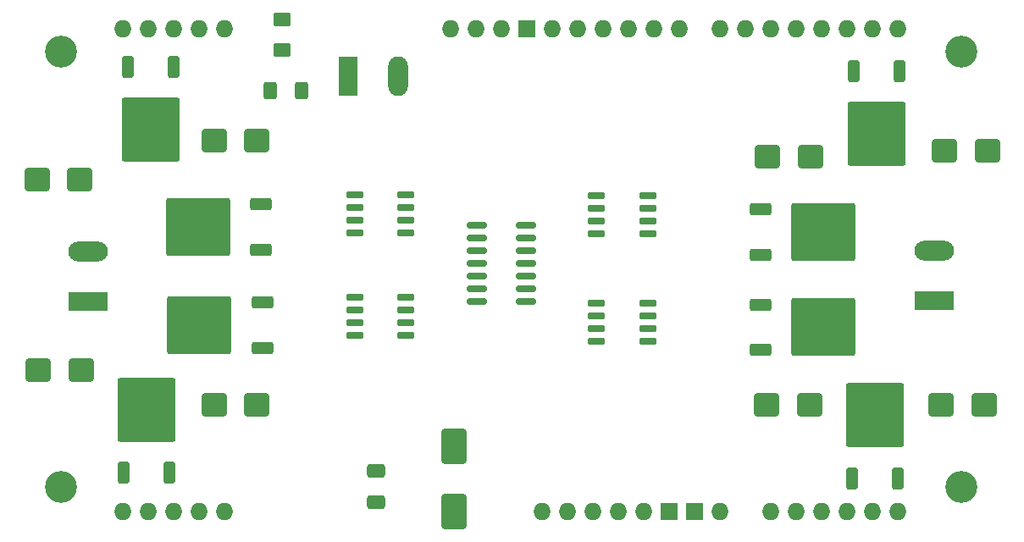
<source format=gts>
%TF.GenerationSoftware,KiCad,Pcbnew,9.0.4-9.0.4-0~ubuntu24.04.1*%
%TF.CreationDate,2025-09-28T10:50:24-04:00*%
%TF.ProjectId,DualHbridgeDaughterboardDesign,4475616c-4862-4726-9964-676544617567,rev?*%
%TF.SameCoordinates,Original*%
%TF.FileFunction,Soldermask,Top*%
%TF.FilePolarity,Negative*%
%FSLAX46Y46*%
G04 Gerber Fmt 4.6, Leading zero omitted, Abs format (unit mm)*
G04 Created by KiCad (PCBNEW 9.0.4-9.0.4-0~ubuntu24.04.1) date 2025-09-28 10:50:24*
%MOMM*%
%LPD*%
G01*
G04 APERTURE LIST*
G04 Aperture macros list*
%AMRoundRect*
0 Rectangle with rounded corners*
0 $1 Rounding radius*
0 $2 $3 $4 $5 $6 $7 $8 $9 X,Y pos of 4 corners*
0 Add a 4 corners polygon primitive as box body*
4,1,4,$2,$3,$4,$5,$6,$7,$8,$9,$2,$3,0*
0 Add four circle primitives for the rounded corners*
1,1,$1+$1,$2,$3*
1,1,$1+$1,$4,$5*
1,1,$1+$1,$6,$7*
1,1,$1+$1,$8,$9*
0 Add four rect primitives between the rounded corners*
20,1,$1+$1,$2,$3,$4,$5,0*
20,1,$1+$1,$4,$5,$6,$7,0*
20,1,$1+$1,$6,$7,$8,$9,0*
20,1,$1+$1,$8,$9,$2,$3,0*%
G04 Aperture macros list end*
%ADD10RoundRect,0.250000X1.000000X0.900000X-1.000000X0.900000X-1.000000X-0.900000X1.000000X-0.900000X0*%
%ADD11RoundRect,0.250000X-1.000000X-0.900000X1.000000X-0.900000X1.000000X0.900000X-1.000000X0.900000X0*%
%ADD12RoundRect,0.250001X-0.624999X0.462499X-0.624999X-0.462499X0.624999X-0.462499X0.624999X0.462499X0*%
%ADD13R,3.960000X1.980000*%
%ADD14O,3.960000X1.980000*%
%ADD15RoundRect,0.250000X0.850000X0.350000X-0.850000X0.350000X-0.850000X-0.350000X0.850000X-0.350000X0*%
%ADD16RoundRect,0.249997X2.950003X2.650003X-2.950003X2.650003X-2.950003X-2.650003X2.950003X-2.650003X0*%
%ADD17RoundRect,0.250000X0.350000X-0.850000X0.350000X0.850000X-0.350000X0.850000X-0.350000X-0.850000X0*%
%ADD18RoundRect,0.249997X2.650003X-2.950003X2.650003X2.950003X-2.650003X2.950003X-2.650003X-2.950003X0*%
%ADD19RoundRect,0.150000X-0.725000X-0.150000X0.725000X-0.150000X0.725000X0.150000X-0.725000X0.150000X0*%
%ADD20RoundRect,0.250000X0.400000X0.625000X-0.400000X0.625000X-0.400000X-0.625000X0.400000X-0.625000X0*%
%ADD21RoundRect,0.150000X0.725000X0.150000X-0.725000X0.150000X-0.725000X-0.150000X0.725000X-0.150000X0*%
%ADD22RoundRect,0.250000X-0.850000X-0.350000X0.850000X-0.350000X0.850000X0.350000X-0.850000X0.350000X0*%
%ADD23RoundRect,0.249997X-2.950003X-2.650003X2.950003X-2.650003X2.950003X2.650003X-2.950003X2.650003X0*%
%ADD24RoundRect,0.150000X-0.825000X-0.150000X0.825000X-0.150000X0.825000X0.150000X-0.825000X0.150000X0*%
%ADD25RoundRect,0.250000X-1.000000X1.500000X-1.000000X-1.500000X1.000000X-1.500000X1.000000X1.500000X0*%
%ADD26R,1.980000X3.960000*%
%ADD27O,1.980000X3.960000*%
%ADD28RoundRect,0.250000X-0.350000X0.850000X-0.350000X-0.850000X0.350000X-0.850000X0.350000X0.850000X0*%
%ADD29RoundRect,0.249997X-2.650003X2.950003X-2.650003X-2.950003X2.650003X-2.950003X2.650003X2.950003X0*%
%ADD30RoundRect,0.250000X-0.650000X0.412500X-0.650000X-0.412500X0.650000X-0.412500X0.650000X0.412500X0*%
%ADD31C,3.200000*%
%ADD32O,1.727200X1.727200*%
%ADD33R,1.727200X1.727200*%
G04 APERTURE END LIST*
D10*
%TO.C,D4*%
X80527500Y-108327500D03*
X76227500Y-108327500D03*
%TD*%
D11*
%TO.C,D7*%
X149050000Y-111800000D03*
X153350000Y-111800000D03*
%TD*%
D10*
%TO.C,D3*%
X98100000Y-111800000D03*
X93800000Y-111800000D03*
%TD*%
D12*
%TO.C,D9*%
X100577500Y-73335000D03*
X100577500Y-76310000D03*
%TD*%
D13*
%TO.C,J1*%
X81200000Y-101500000D03*
D14*
X81200000Y-96500000D03*
%TD*%
D15*
%TO.C,Q2*%
X98625000Y-106155000D03*
D16*
X92325000Y-103875000D03*
D15*
X98625000Y-101595000D03*
%TD*%
D17*
%TO.C,Q8*%
X157570000Y-119150000D03*
D18*
X159850000Y-112850000D03*
D17*
X162130000Y-119150000D03*
%TD*%
D15*
%TO.C,Q1*%
X98482500Y-96355000D03*
D16*
X92182500Y-94075000D03*
D15*
X98482500Y-91795000D03*
%TD*%
D19*
%TO.C,U5*%
X132050000Y-90940000D03*
X132050000Y-92210000D03*
X132050000Y-93480000D03*
X132050000Y-94750000D03*
X137200000Y-94750000D03*
X137200000Y-93480000D03*
X137200000Y-92210000D03*
X137200000Y-90940000D03*
%TD*%
D20*
%TO.C,R1*%
X102550000Y-80400000D03*
X99450000Y-80400000D03*
%TD*%
D21*
%TO.C,U1*%
X113000000Y-94600000D03*
X113000000Y-93330000D03*
X113000000Y-92060000D03*
X113000000Y-90790000D03*
X107850000Y-90790000D03*
X107850000Y-92060000D03*
X107850000Y-93330000D03*
X107850000Y-94600000D03*
%TD*%
D22*
%TO.C,Q7*%
X148425000Y-101795000D03*
D23*
X154725000Y-104075000D03*
D22*
X148425000Y-106355000D03*
%TD*%
D11*
%TO.C,D6*%
X166800000Y-86400000D03*
X171100000Y-86400000D03*
%TD*%
D10*
%TO.C,D1*%
X98100000Y-85400000D03*
X93800000Y-85400000D03*
%TD*%
D24*
%TO.C,U3*%
X120050000Y-93880000D03*
X120050000Y-95150000D03*
X120050000Y-96420000D03*
X120050000Y-97690000D03*
X120050000Y-98960000D03*
X120050000Y-100230000D03*
X120050000Y-101500000D03*
X125000000Y-101500000D03*
X125000000Y-100230000D03*
X125000000Y-98960000D03*
X125000000Y-97690000D03*
X125000000Y-96420000D03*
X125000000Y-95150000D03*
X125000000Y-93880000D03*
%TD*%
D10*
%TO.C,D2*%
X80400000Y-89272500D03*
X76100000Y-89272500D03*
%TD*%
D13*
%TO.C,J2*%
X165800000Y-101400000D03*
D14*
X165800000Y-96400000D03*
%TD*%
D17*
%TO.C,Q4*%
X84795000Y-118600000D03*
D18*
X87075000Y-112300000D03*
D17*
X89355000Y-118600000D03*
%TD*%
D25*
%TO.C,C1*%
X117800000Y-116000000D03*
X117800000Y-122500000D03*
%TD*%
D11*
%TO.C,D5*%
X149100000Y-87000000D03*
X153400000Y-87000000D03*
%TD*%
D26*
%TO.C,J4*%
X107200000Y-79000000D03*
D27*
X112200000Y-79000000D03*
%TD*%
D28*
%TO.C,Q6*%
X162355000Y-78425000D03*
D29*
X160075000Y-84725000D03*
D28*
X157795000Y-78425000D03*
%TD*%
%TO.C,Q3*%
X89755000Y-78025000D03*
D29*
X87475000Y-84325000D03*
D28*
X85195000Y-78025000D03*
%TD*%
D21*
%TO.C,U2*%
X113000000Y-104870000D03*
X113000000Y-103600000D03*
X113000000Y-102330000D03*
X113000000Y-101060000D03*
X107850000Y-101060000D03*
X107850000Y-102330000D03*
X107850000Y-103600000D03*
X107850000Y-104870000D03*
%TD*%
D30*
%TO.C,C2*%
X109982000Y-118452500D03*
X109982000Y-121577500D03*
%TD*%
D11*
%TO.C,D8*%
X166500000Y-111800000D03*
X170800000Y-111800000D03*
%TD*%
D19*
%TO.C,U6*%
X132050000Y-101690000D03*
X132050000Y-102960000D03*
X132050000Y-104230000D03*
X132050000Y-105500000D03*
X137200000Y-105500000D03*
X137200000Y-104230000D03*
X137200000Y-102960000D03*
X137200000Y-101690000D03*
%TD*%
D22*
%TO.C,Q5*%
X148425000Y-92295000D03*
D23*
X154725000Y-94575000D03*
D22*
X148425000Y-96855000D03*
%TD*%
D31*
%TO.C,J3*%
X78500000Y-76500000D03*
X78500000Y-120000000D03*
X168500000Y-76500000D03*
X168500000Y-120000000D03*
D32*
X84680000Y-122460000D03*
X162150000Y-122460000D03*
X157070000Y-74200000D03*
X154530000Y-74200000D03*
X151990000Y-74200000D03*
X149450000Y-74200000D03*
X146910000Y-74200000D03*
X144370000Y-74200000D03*
X140306000Y-74200000D03*
X137766000Y-74200000D03*
X135226000Y-74200000D03*
X132686000Y-74200000D03*
X130146000Y-74200000D03*
X127606000Y-74200000D03*
X149450000Y-122460000D03*
X151990000Y-122460000D03*
X154530000Y-122460000D03*
X157070000Y-122460000D03*
X159610000Y-122460000D03*
X92300000Y-74200000D03*
X144370000Y-122460000D03*
D33*
X141830000Y-122460000D03*
X139290000Y-122460000D03*
D32*
X136750000Y-122460000D03*
X134210000Y-122460000D03*
X131670000Y-122460000D03*
X129130000Y-122460000D03*
X126590000Y-122460000D03*
D33*
X125066000Y-74200000D03*
D32*
X122526000Y-74200000D03*
X94840000Y-122460000D03*
X92300000Y-122460000D03*
X89760000Y-122460000D03*
X87220000Y-122460000D03*
X87220000Y-74200000D03*
X162150000Y-74200000D03*
X159610000Y-74200000D03*
X84680000Y-74200000D03*
X89760000Y-74200000D03*
X94840000Y-74200000D03*
X119986000Y-74200000D03*
X117446000Y-74200000D03*
%TD*%
M02*

</source>
